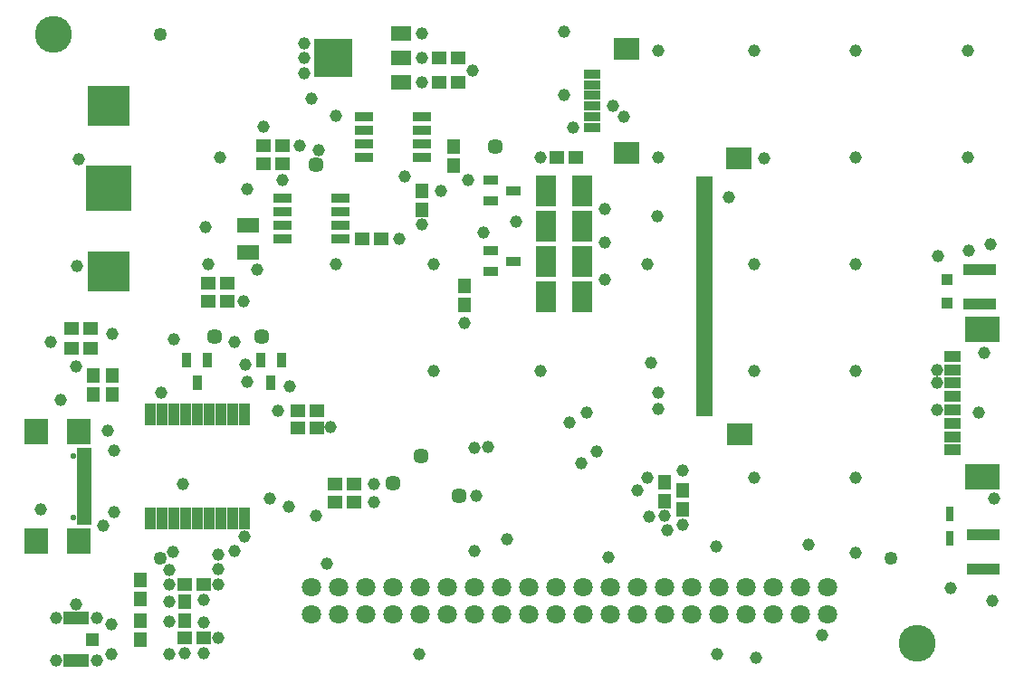
<source format=gbr>
G04 DesignSpark PCB PRO Gerber Version 10.0 Build 5299*
G04 #@! TF.Part,Single*
G04 #@! TF.FileFunction,Soldermask,Bot*
G04 #@! TF.FilePolarity,Negative*
%FSLAX35Y35*%
%MOIN*%
G04 #@! TA.AperFunction,SMDPad,CuDef*
%ADD77R,0.02969X0.05232*%
%ADD16R,0.03559X0.05724*%
%ADD14R,0.04150X0.08087*%
%ADD18R,0.04937X0.05291*%
%ADD22R,0.07300X0.11200*%
%ADD72R,0.08874X0.09583*%
%ADD76R,0.04150X0.04150*%
%ADD79R,0.16748X0.16748*%
G04 #@! TA.AperFunction,ComponentPad*
%ADD29C,0.02280*%
G04 #@! TA.AperFunction,ViaPad*
%ADD10C,0.04543*%
G04 #@! TA.AperFunction,WasherPad*
%ADD11C,0.04937*%
G04 #@! TA.AperFunction,SMDPad,CuDef*
%ADD15C,0.05724*%
G04 #@! TA.AperFunction,ComponentPad*
%ADD13C,0.07102*%
G04 #@! TA.AperFunction,WasherPad*
%ADD12C,0.13598*%
G04 #@! TA.AperFunction,SMDPad,CuDef*
%ADD28R,0.05528X0.02181*%
%ADD21R,0.06118X0.02181*%
%ADD71R,0.06118X0.03362*%
%ADD23R,0.05724X0.03559*%
%ADD24R,0.07004X0.03559*%
%ADD26R,0.06118X0.04150*%
%ADD75R,0.12063X0.04465*%
%ADD70R,0.05134X0.04937*%
%ADD17R,0.05291X0.04937*%
%ADD19R,0.09661X0.05134*%
%ADD25R,0.08480X0.05331*%
%ADD73R,0.07299X0.05724*%
%ADD20R,0.09661X0.08087*%
%ADD27R,0.12811X0.09268*%
%ADD74R,0.13992X0.13992*%
%ADD78R,0.15173X0.14780*%
G04 #@! TD.AperFunction*
X0Y0D02*
D02*
D10*
X17035Y67717D03*
X20579Y129134D03*
X22547Y11811D03*
Y27559D03*
X24122Y107874D03*
X30028Y32677D03*
Y120079D03*
X30421Y157087D03*
X30815Y196457D03*
X37508Y11811D03*
Y27559D03*
X39870Y61417D03*
X41445Y96457D03*
X43020Y14173D03*
Y25197D03*
X43413Y132283D03*
X43807Y66535D03*
Y89370D03*
X61130Y110630D03*
X64279Y14173D03*
Y26378D03*
Y33465D03*
Y39764D03*
Y45276D03*
X65460Y51969D03*
X65854Y130315D03*
X69398Y76772D03*
X69791Y14567D03*
X76878D03*
Y25984D03*
Y34252D03*
X77665Y171654D03*
X78496Y157874D03*
X82389Y20079D03*
Y39764D03*
Y45669D03*
Y50788D03*
X82783Y197244D03*
X88295Y52363D03*
X88295Y129134D03*
X91445Y144094D03*
X91838Y57481D03*
X92232Y120866D03*
X93020Y114567D03*
Y185433D03*
X96563Y155906D03*
X98969Y208661D03*
X101287Y71654D03*
X104394Y103937D03*
X106012Y188976D03*
X108374Y68504D03*
X108768Y112992D03*
X112311Y201575D03*
X113885Y228347D03*
Y233859D03*
Y239370D03*
X116642Y218898D03*
X118216Y65355D03*
X119398Y200000D03*
X122153Y47638D03*
X123728Y98031D03*
X125697Y157874D03*
Y212598D03*
X139476Y70079D03*
Y76772D03*
X148925Y167323D03*
X150894Y190157D03*
X156405Y14174D03*
X157193Y172441D03*
Y224803D03*
Y233858D03*
Y242913D03*
X161524Y118504D03*
Y157874D03*
X164280Y185039D03*
X172941Y136221D03*
X174122Y188976D03*
X176091Y229134D03*
X176484Y52363D03*
Y90158D03*
X177271Y72441D03*
X180028Y169685D03*
X181602Y90551D03*
X188689Y56693D03*
X191839Y173622D03*
X200894Y118504D03*
Y197244D03*
X209555Y220079D03*
Y243701D03*
X211720Y99607D03*
X213098Y208268D03*
X215854Y84646D03*
X217823Y103150D03*
X221563Y88976D03*
X224516Y152362D03*
Y165748D03*
Y178346D03*
X226090Y50000D03*
X227665Y216142D03*
X231602Y212205D03*
X236618Y74410D03*
X240264Y79134D03*
Y157874D03*
X241051Y64961D03*
X241445Y121654D03*
X243807Y175591D03*
X244201Y104724D03*
Y110630D03*
Y197244D03*
Y236614D03*
X246563Y65355D03*
X247744Y59843D03*
X253256Y61811D03*
Y81890D03*
X265460Y53937D03*
X265854Y14174D03*
X270185Y182678D03*
X279634Y79134D03*
Y118504D03*
Y157874D03*
Y236614D03*
X280421Y12993D03*
X283177Y196851D03*
X299712Y54725D03*
X304437Y21260D03*
X317035Y51575D03*
X317035Y79134D03*
Y118504D03*
Y157874D03*
Y197244D03*
Y236614D03*
X346957Y104331D03*
Y114173D03*
Y118898D03*
X347350Y161024D03*
X352075Y38583D03*
X358374Y197244D03*
Y236614D03*
X358768Y162992D03*
X362311Y103150D03*
X364280Y125197D03*
X366642Y165354D03*
X367429Y33858D03*
X367823Y71654D03*
D02*
D11*
X60933Y49409D03*
X60933Y242717D03*
X329831Y49409D03*
D02*
D12*
X21759Y242520D03*
X339476Y18110D03*
D02*
D13*
X116618Y28859D03*
Y38859D03*
X126618Y28859D03*
Y38859D03*
X136618Y28859D03*
Y38859D03*
X146618Y28859D03*
Y38859D03*
X156618Y28859D03*
Y38859D03*
X166618Y28859D03*
Y38859D03*
X176618Y28859D03*
Y38859D03*
X186618Y28859D03*
Y38859D03*
X196618Y28859D03*
Y38859D03*
X206618Y28859D03*
Y38859D03*
X216618Y28859D03*
Y38859D03*
X226618Y28859D03*
Y38859D03*
X236618Y28859D03*
Y38859D03*
X246618Y28859D03*
Y38859D03*
X256618Y28859D03*
Y38859D03*
X266618Y28859D03*
Y38859D03*
X276618Y28859D03*
Y38859D03*
X286618Y28859D03*
Y38859D03*
X296618Y28859D03*
Y38859D03*
X306618Y28859D03*
Y38859D03*
D02*
D14*
X57193Y64370D03*
Y102559D03*
X61524Y64370D03*
Y102559D03*
X65854Y64370D03*
Y102559D03*
X70185Y64370D03*
Y102559D03*
X74516Y64370D03*
Y102559D03*
X78846Y64370D03*
Y102559D03*
X83177Y64370D03*
Y102559D03*
X87508Y64370D03*
Y102559D03*
X91839Y64370D03*
Y102559D03*
D02*
D15*
X80815Y131102D03*
X98138D03*
X118216Y194489D03*
X146563Y77166D03*
X156799Y87402D03*
X170972Y72441D03*
X184358Y201181D03*
D02*
D16*
X70736Y122638D03*
X74516Y114370D03*
X78295Y122638D03*
X97902D03*
X101681Y114370D03*
X105461Y122638D03*
D02*
D17*
X28102Y126772D03*
Y134252D03*
X35102Y126772D03*
Y134252D03*
X69834Y20079D03*
Y39764D03*
X76834Y20079D03*
Y39764D03*
X78496Y144094D03*
Y150787D03*
X85496Y144094D03*
Y150787D03*
X98969Y194882D03*
Y201575D03*
X105969Y194882D03*
Y201575D03*
X111567Y97638D03*
Y103937D03*
X118567Y97638D03*
Y103937D03*
X125346Y70079D03*
Y76772D03*
X132346Y70079D03*
Y76772D03*
X135189Y167323D03*
X142189D03*
X163535Y224803D03*
Y233858D03*
X170535Y224803D03*
Y233858D03*
X207039Y197244D03*
X214039D03*
D02*
D18*
X36327Y109886D03*
Y116886D03*
X43413Y109886D03*
Y116886D03*
X53649Y19729D03*
Y26729D03*
Y34689D03*
Y41689D03*
X69791Y26421D03*
Y33421D03*
X157193Y177996D03*
Y184996D03*
X169004Y194138D03*
Y201138D03*
X172941Y142957D03*
Y149957D03*
X246563Y70516D03*
Y77516D03*
X253256Y67717D03*
Y74717D03*
D02*
D19*
X30028Y11811D03*
Y27559D03*
D02*
D70*
X36031Y19685D03*
D02*
D71*
X219791Y208268D03*
Y212205D03*
Y216142D03*
Y220079D03*
Y224016D03*
Y227953D03*
D02*
D20*
X232587Y198819D03*
Y237402D03*
X273886Y196850D03*
X274122Y95276D03*
D02*
D21*
X261327Y102756D03*
Y104724D03*
Y106693D03*
Y108661D03*
Y110630D03*
Y112598D03*
Y114567D03*
Y116535D03*
Y118504D03*
Y120472D03*
Y122441D03*
Y124409D03*
Y126378D03*
Y128346D03*
Y130315D03*
Y132283D03*
Y134252D03*
Y136220D03*
Y138189D03*
Y140157D03*
Y142126D03*
Y144094D03*
Y146063D03*
Y148031D03*
Y150000D03*
Y151969D03*
Y153937D03*
Y155906D03*
Y157874D03*
Y159843D03*
Y161811D03*
Y163780D03*
Y165748D03*
Y167717D03*
Y169685D03*
Y171654D03*
Y173622D03*
Y175591D03*
Y177559D03*
Y179528D03*
Y181496D03*
Y183465D03*
Y185433D03*
Y187402D03*
Y189370D03*
D02*
D22*
X202855Y146063D03*
Y159055D03*
Y172047D03*
Y185039D03*
X216255Y146063D03*
Y159055D03*
Y172047D03*
Y185039D03*
D02*
D23*
X182587Y155276D03*
Y162835D03*
Y181260D03*
Y188819D03*
X190854Y159055D03*
Y185039D03*
D02*
D24*
X105965Y167303D03*
Y172303D03*
Y177303D03*
Y182303D03*
X127319Y167303D03*
Y172303D03*
Y177303D03*
Y182303D03*
X135886Y197224D03*
Y202224D03*
Y207224D03*
Y212224D03*
X157240Y197224D03*
Y202224D03*
Y207224D03*
Y212224D03*
D02*
D25*
X93413Y162402D03*
Y172244D03*
D02*
D26*
X352634Y89469D03*
Y94390D03*
Y99311D03*
Y104232D03*
Y109154D03*
Y114075D03*
Y118996D03*
Y123917D03*
D02*
D27*
X363461Y79429D03*
Y133957D03*
D02*
D28*
X33091Y62795D03*
Y63976D03*
Y65945D03*
Y67126D03*
Y69094D03*
Y71063D03*
Y73031D03*
Y75000D03*
Y76969D03*
Y78937D03*
Y80906D03*
Y82874D03*
Y84843D03*
Y86024D03*
Y87992D03*
Y89173D03*
D02*
D29*
X28858Y64606D03*
Y87362D03*
D02*
D72*
X15354Y55866D03*
Y96102D03*
X30827Y55866D03*
Y96102D03*
D02*
D73*
X149691Y224787D03*
Y233842D03*
Y242897D03*
D02*
D74*
X124494Y233842D03*
D02*
D75*
X362705Y143169D03*
Y156043D03*
X363886Y45531D03*
Y58406D03*
D02*
D76*
X350500Y143701D03*
Y152363D03*
D02*
D77*
X351681Y56890D03*
Y65945D03*
D02*
D78*
X41838Y155315D03*
Y216339D03*
D02*
D79*
Y185827D03*
X0Y0D02*
M02*

</source>
